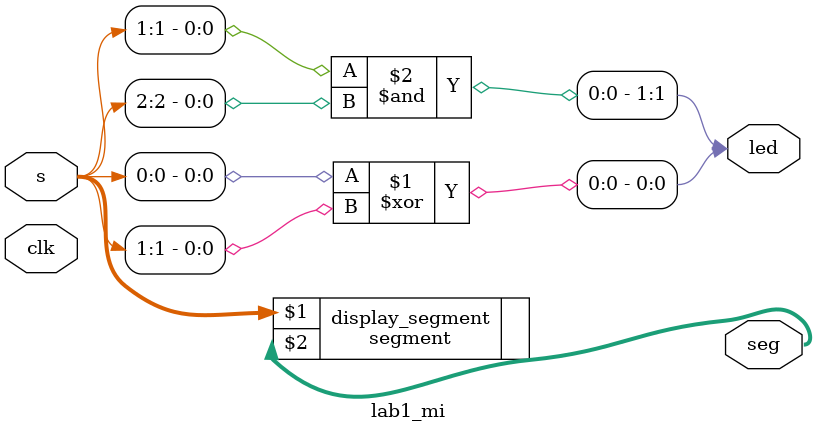
<source format=sv>
module lab1_mi( input  logic     clk,        input logic [3:0] s, 
	            output logic [2:0] led, output logic [5:0] seg
			);
			
	logic int_osc;	
	
    // Internal high-speed oscillator
	HSOSC hf_osc (.CLKHFPU(1'b1), .CLKHFEN(1'b1), .CLKHF(int_osc));
	
	assign led[0] = s[0] ^ s[1];
	assign led[1] = s[1] & s[2];
	
	segment display_segment(s,seg);

endmodule



</source>
